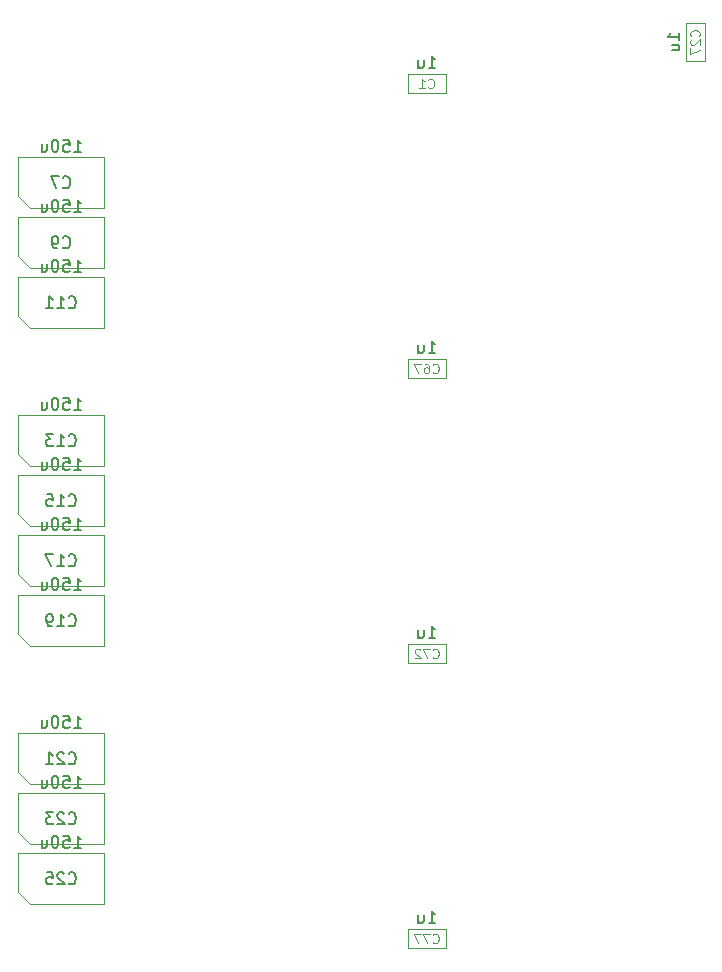
<source format=gbr>
G04 #@! TF.GenerationSoftware,KiCad,Pcbnew,7.0.1*
G04 #@! TF.CreationDate,2023-05-03T08:50:33+02:00*
G04 #@! TF.ProjectId,main,6d61696e-2e6b-4696-9361-645f70636258,rev?*
G04 #@! TF.SameCoordinates,Original*
G04 #@! TF.FileFunction,AssemblyDrawing,Bot*
%FSLAX46Y46*%
G04 Gerber Fmt 4.6, Leading zero omitted, Abs format (unit mm)*
G04 Created by KiCad (PCBNEW 7.0.1) date 2023-05-03 08:50:33*
%MOMM*%
%LPD*%
G01*
G04 APERTURE LIST*
%ADD10C,0.150000*%
%ADD11C,0.120000*%
%ADD12C,0.100000*%
G04 APERTURE END LIST*
D10*
X43979047Y-63063619D02*
X44550475Y-63063619D01*
X44264761Y-63063619D02*
X44264761Y-62063619D01*
X44264761Y-62063619D02*
X44359999Y-62206476D01*
X44359999Y-62206476D02*
X44455237Y-62301714D01*
X44455237Y-62301714D02*
X44550475Y-62349333D01*
X43074285Y-62063619D02*
X43550475Y-62063619D01*
X43550475Y-62063619D02*
X43598094Y-62539809D01*
X43598094Y-62539809D02*
X43550475Y-62492190D01*
X43550475Y-62492190D02*
X43455237Y-62444571D01*
X43455237Y-62444571D02*
X43217142Y-62444571D01*
X43217142Y-62444571D02*
X43121904Y-62492190D01*
X43121904Y-62492190D02*
X43074285Y-62539809D01*
X43074285Y-62539809D02*
X43026666Y-62635047D01*
X43026666Y-62635047D02*
X43026666Y-62873142D01*
X43026666Y-62873142D02*
X43074285Y-62968380D01*
X43074285Y-62968380D02*
X43121904Y-63016000D01*
X43121904Y-63016000D02*
X43217142Y-63063619D01*
X43217142Y-63063619D02*
X43455237Y-63063619D01*
X43455237Y-63063619D02*
X43550475Y-63016000D01*
X43550475Y-63016000D02*
X43598094Y-62968380D01*
X42407618Y-62063619D02*
X42312380Y-62063619D01*
X42312380Y-62063619D02*
X42217142Y-62111238D01*
X42217142Y-62111238D02*
X42169523Y-62158857D01*
X42169523Y-62158857D02*
X42121904Y-62254095D01*
X42121904Y-62254095D02*
X42074285Y-62444571D01*
X42074285Y-62444571D02*
X42074285Y-62682666D01*
X42074285Y-62682666D02*
X42121904Y-62873142D01*
X42121904Y-62873142D02*
X42169523Y-62968380D01*
X42169523Y-62968380D02*
X42217142Y-63016000D01*
X42217142Y-63016000D02*
X42312380Y-63063619D01*
X42312380Y-63063619D02*
X42407618Y-63063619D01*
X42407618Y-63063619D02*
X42502856Y-63016000D01*
X42502856Y-63016000D02*
X42550475Y-62968380D01*
X42550475Y-62968380D02*
X42598094Y-62873142D01*
X42598094Y-62873142D02*
X42645713Y-62682666D01*
X42645713Y-62682666D02*
X42645713Y-62444571D01*
X42645713Y-62444571D02*
X42598094Y-62254095D01*
X42598094Y-62254095D02*
X42550475Y-62158857D01*
X42550475Y-62158857D02*
X42502856Y-62111238D01*
X42502856Y-62111238D02*
X42407618Y-62063619D01*
X41217142Y-62396952D02*
X41217142Y-63063619D01*
X41645713Y-62396952D02*
X41645713Y-62920761D01*
X41645713Y-62920761D02*
X41598094Y-63016000D01*
X41598094Y-63016000D02*
X41502856Y-63063619D01*
X41502856Y-63063619D02*
X41359999Y-63063619D01*
X41359999Y-63063619D02*
X41264761Y-63016000D01*
X41264761Y-63016000D02*
X41217142Y-62968380D01*
X43026666Y-66068380D02*
X43074285Y-66116000D01*
X43074285Y-66116000D02*
X43217142Y-66163619D01*
X43217142Y-66163619D02*
X43312380Y-66163619D01*
X43312380Y-66163619D02*
X43455237Y-66116000D01*
X43455237Y-66116000D02*
X43550475Y-66020761D01*
X43550475Y-66020761D02*
X43598094Y-65925523D01*
X43598094Y-65925523D02*
X43645713Y-65735047D01*
X43645713Y-65735047D02*
X43645713Y-65592190D01*
X43645713Y-65592190D02*
X43598094Y-65401714D01*
X43598094Y-65401714D02*
X43550475Y-65306476D01*
X43550475Y-65306476D02*
X43455237Y-65211238D01*
X43455237Y-65211238D02*
X43312380Y-65163619D01*
X43312380Y-65163619D02*
X43217142Y-65163619D01*
X43217142Y-65163619D02*
X43074285Y-65211238D01*
X43074285Y-65211238D02*
X43026666Y-65258857D01*
X42693332Y-65163619D02*
X42026666Y-65163619D01*
X42026666Y-65163619D02*
X42455237Y-66163619D01*
X43979047Y-68143619D02*
X44550475Y-68143619D01*
X44264761Y-68143619D02*
X44264761Y-67143619D01*
X44264761Y-67143619D02*
X44359999Y-67286476D01*
X44359999Y-67286476D02*
X44455237Y-67381714D01*
X44455237Y-67381714D02*
X44550475Y-67429333D01*
X43074285Y-67143619D02*
X43550475Y-67143619D01*
X43550475Y-67143619D02*
X43598094Y-67619809D01*
X43598094Y-67619809D02*
X43550475Y-67572190D01*
X43550475Y-67572190D02*
X43455237Y-67524571D01*
X43455237Y-67524571D02*
X43217142Y-67524571D01*
X43217142Y-67524571D02*
X43121904Y-67572190D01*
X43121904Y-67572190D02*
X43074285Y-67619809D01*
X43074285Y-67619809D02*
X43026666Y-67715047D01*
X43026666Y-67715047D02*
X43026666Y-67953142D01*
X43026666Y-67953142D02*
X43074285Y-68048380D01*
X43074285Y-68048380D02*
X43121904Y-68096000D01*
X43121904Y-68096000D02*
X43217142Y-68143619D01*
X43217142Y-68143619D02*
X43455237Y-68143619D01*
X43455237Y-68143619D02*
X43550475Y-68096000D01*
X43550475Y-68096000D02*
X43598094Y-68048380D01*
X42407618Y-67143619D02*
X42312380Y-67143619D01*
X42312380Y-67143619D02*
X42217142Y-67191238D01*
X42217142Y-67191238D02*
X42169523Y-67238857D01*
X42169523Y-67238857D02*
X42121904Y-67334095D01*
X42121904Y-67334095D02*
X42074285Y-67524571D01*
X42074285Y-67524571D02*
X42074285Y-67762666D01*
X42074285Y-67762666D02*
X42121904Y-67953142D01*
X42121904Y-67953142D02*
X42169523Y-68048380D01*
X42169523Y-68048380D02*
X42217142Y-68096000D01*
X42217142Y-68096000D02*
X42312380Y-68143619D01*
X42312380Y-68143619D02*
X42407618Y-68143619D01*
X42407618Y-68143619D02*
X42502856Y-68096000D01*
X42502856Y-68096000D02*
X42550475Y-68048380D01*
X42550475Y-68048380D02*
X42598094Y-67953142D01*
X42598094Y-67953142D02*
X42645713Y-67762666D01*
X42645713Y-67762666D02*
X42645713Y-67524571D01*
X42645713Y-67524571D02*
X42598094Y-67334095D01*
X42598094Y-67334095D02*
X42550475Y-67238857D01*
X42550475Y-67238857D02*
X42502856Y-67191238D01*
X42502856Y-67191238D02*
X42407618Y-67143619D01*
X41217142Y-67476952D02*
X41217142Y-68143619D01*
X41645713Y-67476952D02*
X41645713Y-68000761D01*
X41645713Y-68000761D02*
X41598094Y-68096000D01*
X41598094Y-68096000D02*
X41502856Y-68143619D01*
X41502856Y-68143619D02*
X41359999Y-68143619D01*
X41359999Y-68143619D02*
X41264761Y-68096000D01*
X41264761Y-68096000D02*
X41217142Y-68048380D01*
X43026666Y-71148380D02*
X43074285Y-71196000D01*
X43074285Y-71196000D02*
X43217142Y-71243619D01*
X43217142Y-71243619D02*
X43312380Y-71243619D01*
X43312380Y-71243619D02*
X43455237Y-71196000D01*
X43455237Y-71196000D02*
X43550475Y-71100761D01*
X43550475Y-71100761D02*
X43598094Y-71005523D01*
X43598094Y-71005523D02*
X43645713Y-70815047D01*
X43645713Y-70815047D02*
X43645713Y-70672190D01*
X43645713Y-70672190D02*
X43598094Y-70481714D01*
X43598094Y-70481714D02*
X43550475Y-70386476D01*
X43550475Y-70386476D02*
X43455237Y-70291238D01*
X43455237Y-70291238D02*
X43312380Y-70243619D01*
X43312380Y-70243619D02*
X43217142Y-70243619D01*
X43217142Y-70243619D02*
X43074285Y-70291238D01*
X43074285Y-70291238D02*
X43026666Y-70338857D01*
X42550475Y-71243619D02*
X42359999Y-71243619D01*
X42359999Y-71243619D02*
X42264761Y-71196000D01*
X42264761Y-71196000D02*
X42217142Y-71148380D01*
X42217142Y-71148380D02*
X42121904Y-71005523D01*
X42121904Y-71005523D02*
X42074285Y-70815047D01*
X42074285Y-70815047D02*
X42074285Y-70434095D01*
X42074285Y-70434095D02*
X42121904Y-70338857D01*
X42121904Y-70338857D02*
X42169523Y-70291238D01*
X42169523Y-70291238D02*
X42264761Y-70243619D01*
X42264761Y-70243619D02*
X42455237Y-70243619D01*
X42455237Y-70243619D02*
X42550475Y-70291238D01*
X42550475Y-70291238D02*
X42598094Y-70338857D01*
X42598094Y-70338857D02*
X42645713Y-70434095D01*
X42645713Y-70434095D02*
X42645713Y-70672190D01*
X42645713Y-70672190D02*
X42598094Y-70767428D01*
X42598094Y-70767428D02*
X42550475Y-70815047D01*
X42550475Y-70815047D02*
X42455237Y-70862666D01*
X42455237Y-70862666D02*
X42264761Y-70862666D01*
X42264761Y-70862666D02*
X42169523Y-70815047D01*
X42169523Y-70815047D02*
X42121904Y-70767428D01*
X42121904Y-70767428D02*
X42074285Y-70672190D01*
X43979047Y-73223619D02*
X44550475Y-73223619D01*
X44264761Y-73223619D02*
X44264761Y-72223619D01*
X44264761Y-72223619D02*
X44359999Y-72366476D01*
X44359999Y-72366476D02*
X44455237Y-72461714D01*
X44455237Y-72461714D02*
X44550475Y-72509333D01*
X43074285Y-72223619D02*
X43550475Y-72223619D01*
X43550475Y-72223619D02*
X43598094Y-72699809D01*
X43598094Y-72699809D02*
X43550475Y-72652190D01*
X43550475Y-72652190D02*
X43455237Y-72604571D01*
X43455237Y-72604571D02*
X43217142Y-72604571D01*
X43217142Y-72604571D02*
X43121904Y-72652190D01*
X43121904Y-72652190D02*
X43074285Y-72699809D01*
X43074285Y-72699809D02*
X43026666Y-72795047D01*
X43026666Y-72795047D02*
X43026666Y-73033142D01*
X43026666Y-73033142D02*
X43074285Y-73128380D01*
X43074285Y-73128380D02*
X43121904Y-73176000D01*
X43121904Y-73176000D02*
X43217142Y-73223619D01*
X43217142Y-73223619D02*
X43455237Y-73223619D01*
X43455237Y-73223619D02*
X43550475Y-73176000D01*
X43550475Y-73176000D02*
X43598094Y-73128380D01*
X42407618Y-72223619D02*
X42312380Y-72223619D01*
X42312380Y-72223619D02*
X42217142Y-72271238D01*
X42217142Y-72271238D02*
X42169523Y-72318857D01*
X42169523Y-72318857D02*
X42121904Y-72414095D01*
X42121904Y-72414095D02*
X42074285Y-72604571D01*
X42074285Y-72604571D02*
X42074285Y-72842666D01*
X42074285Y-72842666D02*
X42121904Y-73033142D01*
X42121904Y-73033142D02*
X42169523Y-73128380D01*
X42169523Y-73128380D02*
X42217142Y-73176000D01*
X42217142Y-73176000D02*
X42312380Y-73223619D01*
X42312380Y-73223619D02*
X42407618Y-73223619D01*
X42407618Y-73223619D02*
X42502856Y-73176000D01*
X42502856Y-73176000D02*
X42550475Y-73128380D01*
X42550475Y-73128380D02*
X42598094Y-73033142D01*
X42598094Y-73033142D02*
X42645713Y-72842666D01*
X42645713Y-72842666D02*
X42645713Y-72604571D01*
X42645713Y-72604571D02*
X42598094Y-72414095D01*
X42598094Y-72414095D02*
X42550475Y-72318857D01*
X42550475Y-72318857D02*
X42502856Y-72271238D01*
X42502856Y-72271238D02*
X42407618Y-72223619D01*
X41217142Y-72556952D02*
X41217142Y-73223619D01*
X41645713Y-72556952D02*
X41645713Y-73080761D01*
X41645713Y-73080761D02*
X41598094Y-73176000D01*
X41598094Y-73176000D02*
X41502856Y-73223619D01*
X41502856Y-73223619D02*
X41359999Y-73223619D01*
X41359999Y-73223619D02*
X41264761Y-73176000D01*
X41264761Y-73176000D02*
X41217142Y-73128380D01*
X43502857Y-76228380D02*
X43550476Y-76276000D01*
X43550476Y-76276000D02*
X43693333Y-76323619D01*
X43693333Y-76323619D02*
X43788571Y-76323619D01*
X43788571Y-76323619D02*
X43931428Y-76276000D01*
X43931428Y-76276000D02*
X44026666Y-76180761D01*
X44026666Y-76180761D02*
X44074285Y-76085523D01*
X44074285Y-76085523D02*
X44121904Y-75895047D01*
X44121904Y-75895047D02*
X44121904Y-75752190D01*
X44121904Y-75752190D02*
X44074285Y-75561714D01*
X44074285Y-75561714D02*
X44026666Y-75466476D01*
X44026666Y-75466476D02*
X43931428Y-75371238D01*
X43931428Y-75371238D02*
X43788571Y-75323619D01*
X43788571Y-75323619D02*
X43693333Y-75323619D01*
X43693333Y-75323619D02*
X43550476Y-75371238D01*
X43550476Y-75371238D02*
X43502857Y-75418857D01*
X42550476Y-76323619D02*
X43121904Y-76323619D01*
X42836190Y-76323619D02*
X42836190Y-75323619D01*
X42836190Y-75323619D02*
X42931428Y-75466476D01*
X42931428Y-75466476D02*
X43026666Y-75561714D01*
X43026666Y-75561714D02*
X43121904Y-75609333D01*
X41598095Y-76323619D02*
X42169523Y-76323619D01*
X41883809Y-76323619D02*
X41883809Y-75323619D01*
X41883809Y-75323619D02*
X41979047Y-75466476D01*
X41979047Y-75466476D02*
X42074285Y-75561714D01*
X42074285Y-75561714D02*
X42169523Y-75609333D01*
X43979047Y-84907619D02*
X44550475Y-84907619D01*
X44264761Y-84907619D02*
X44264761Y-83907619D01*
X44264761Y-83907619D02*
X44359999Y-84050476D01*
X44359999Y-84050476D02*
X44455237Y-84145714D01*
X44455237Y-84145714D02*
X44550475Y-84193333D01*
X43074285Y-83907619D02*
X43550475Y-83907619D01*
X43550475Y-83907619D02*
X43598094Y-84383809D01*
X43598094Y-84383809D02*
X43550475Y-84336190D01*
X43550475Y-84336190D02*
X43455237Y-84288571D01*
X43455237Y-84288571D02*
X43217142Y-84288571D01*
X43217142Y-84288571D02*
X43121904Y-84336190D01*
X43121904Y-84336190D02*
X43074285Y-84383809D01*
X43074285Y-84383809D02*
X43026666Y-84479047D01*
X43026666Y-84479047D02*
X43026666Y-84717142D01*
X43026666Y-84717142D02*
X43074285Y-84812380D01*
X43074285Y-84812380D02*
X43121904Y-84860000D01*
X43121904Y-84860000D02*
X43217142Y-84907619D01*
X43217142Y-84907619D02*
X43455237Y-84907619D01*
X43455237Y-84907619D02*
X43550475Y-84860000D01*
X43550475Y-84860000D02*
X43598094Y-84812380D01*
X42407618Y-83907619D02*
X42312380Y-83907619D01*
X42312380Y-83907619D02*
X42217142Y-83955238D01*
X42217142Y-83955238D02*
X42169523Y-84002857D01*
X42169523Y-84002857D02*
X42121904Y-84098095D01*
X42121904Y-84098095D02*
X42074285Y-84288571D01*
X42074285Y-84288571D02*
X42074285Y-84526666D01*
X42074285Y-84526666D02*
X42121904Y-84717142D01*
X42121904Y-84717142D02*
X42169523Y-84812380D01*
X42169523Y-84812380D02*
X42217142Y-84860000D01*
X42217142Y-84860000D02*
X42312380Y-84907619D01*
X42312380Y-84907619D02*
X42407618Y-84907619D01*
X42407618Y-84907619D02*
X42502856Y-84860000D01*
X42502856Y-84860000D02*
X42550475Y-84812380D01*
X42550475Y-84812380D02*
X42598094Y-84717142D01*
X42598094Y-84717142D02*
X42645713Y-84526666D01*
X42645713Y-84526666D02*
X42645713Y-84288571D01*
X42645713Y-84288571D02*
X42598094Y-84098095D01*
X42598094Y-84098095D02*
X42550475Y-84002857D01*
X42550475Y-84002857D02*
X42502856Y-83955238D01*
X42502856Y-83955238D02*
X42407618Y-83907619D01*
X41217142Y-84240952D02*
X41217142Y-84907619D01*
X41645713Y-84240952D02*
X41645713Y-84764761D01*
X41645713Y-84764761D02*
X41598094Y-84860000D01*
X41598094Y-84860000D02*
X41502856Y-84907619D01*
X41502856Y-84907619D02*
X41359999Y-84907619D01*
X41359999Y-84907619D02*
X41264761Y-84860000D01*
X41264761Y-84860000D02*
X41217142Y-84812380D01*
X43502857Y-87912380D02*
X43550476Y-87960000D01*
X43550476Y-87960000D02*
X43693333Y-88007619D01*
X43693333Y-88007619D02*
X43788571Y-88007619D01*
X43788571Y-88007619D02*
X43931428Y-87960000D01*
X43931428Y-87960000D02*
X44026666Y-87864761D01*
X44026666Y-87864761D02*
X44074285Y-87769523D01*
X44074285Y-87769523D02*
X44121904Y-87579047D01*
X44121904Y-87579047D02*
X44121904Y-87436190D01*
X44121904Y-87436190D02*
X44074285Y-87245714D01*
X44074285Y-87245714D02*
X44026666Y-87150476D01*
X44026666Y-87150476D02*
X43931428Y-87055238D01*
X43931428Y-87055238D02*
X43788571Y-87007619D01*
X43788571Y-87007619D02*
X43693333Y-87007619D01*
X43693333Y-87007619D02*
X43550476Y-87055238D01*
X43550476Y-87055238D02*
X43502857Y-87102857D01*
X42550476Y-88007619D02*
X43121904Y-88007619D01*
X42836190Y-88007619D02*
X42836190Y-87007619D01*
X42836190Y-87007619D02*
X42931428Y-87150476D01*
X42931428Y-87150476D02*
X43026666Y-87245714D01*
X43026666Y-87245714D02*
X43121904Y-87293333D01*
X42217142Y-87007619D02*
X41598095Y-87007619D01*
X41598095Y-87007619D02*
X41931428Y-87388571D01*
X41931428Y-87388571D02*
X41788571Y-87388571D01*
X41788571Y-87388571D02*
X41693333Y-87436190D01*
X41693333Y-87436190D02*
X41645714Y-87483809D01*
X41645714Y-87483809D02*
X41598095Y-87579047D01*
X41598095Y-87579047D02*
X41598095Y-87817142D01*
X41598095Y-87817142D02*
X41645714Y-87912380D01*
X41645714Y-87912380D02*
X41693333Y-87960000D01*
X41693333Y-87960000D02*
X41788571Y-88007619D01*
X41788571Y-88007619D02*
X42074285Y-88007619D01*
X42074285Y-88007619D02*
X42169523Y-87960000D01*
X42169523Y-87960000D02*
X42217142Y-87912380D01*
X43979047Y-89987619D02*
X44550475Y-89987619D01*
X44264761Y-89987619D02*
X44264761Y-88987619D01*
X44264761Y-88987619D02*
X44359999Y-89130476D01*
X44359999Y-89130476D02*
X44455237Y-89225714D01*
X44455237Y-89225714D02*
X44550475Y-89273333D01*
X43074285Y-88987619D02*
X43550475Y-88987619D01*
X43550475Y-88987619D02*
X43598094Y-89463809D01*
X43598094Y-89463809D02*
X43550475Y-89416190D01*
X43550475Y-89416190D02*
X43455237Y-89368571D01*
X43455237Y-89368571D02*
X43217142Y-89368571D01*
X43217142Y-89368571D02*
X43121904Y-89416190D01*
X43121904Y-89416190D02*
X43074285Y-89463809D01*
X43074285Y-89463809D02*
X43026666Y-89559047D01*
X43026666Y-89559047D02*
X43026666Y-89797142D01*
X43026666Y-89797142D02*
X43074285Y-89892380D01*
X43074285Y-89892380D02*
X43121904Y-89940000D01*
X43121904Y-89940000D02*
X43217142Y-89987619D01*
X43217142Y-89987619D02*
X43455237Y-89987619D01*
X43455237Y-89987619D02*
X43550475Y-89940000D01*
X43550475Y-89940000D02*
X43598094Y-89892380D01*
X42407618Y-88987619D02*
X42312380Y-88987619D01*
X42312380Y-88987619D02*
X42217142Y-89035238D01*
X42217142Y-89035238D02*
X42169523Y-89082857D01*
X42169523Y-89082857D02*
X42121904Y-89178095D01*
X42121904Y-89178095D02*
X42074285Y-89368571D01*
X42074285Y-89368571D02*
X42074285Y-89606666D01*
X42074285Y-89606666D02*
X42121904Y-89797142D01*
X42121904Y-89797142D02*
X42169523Y-89892380D01*
X42169523Y-89892380D02*
X42217142Y-89940000D01*
X42217142Y-89940000D02*
X42312380Y-89987619D01*
X42312380Y-89987619D02*
X42407618Y-89987619D01*
X42407618Y-89987619D02*
X42502856Y-89940000D01*
X42502856Y-89940000D02*
X42550475Y-89892380D01*
X42550475Y-89892380D02*
X42598094Y-89797142D01*
X42598094Y-89797142D02*
X42645713Y-89606666D01*
X42645713Y-89606666D02*
X42645713Y-89368571D01*
X42645713Y-89368571D02*
X42598094Y-89178095D01*
X42598094Y-89178095D02*
X42550475Y-89082857D01*
X42550475Y-89082857D02*
X42502856Y-89035238D01*
X42502856Y-89035238D02*
X42407618Y-88987619D01*
X41217142Y-89320952D02*
X41217142Y-89987619D01*
X41645713Y-89320952D02*
X41645713Y-89844761D01*
X41645713Y-89844761D02*
X41598094Y-89940000D01*
X41598094Y-89940000D02*
X41502856Y-89987619D01*
X41502856Y-89987619D02*
X41359999Y-89987619D01*
X41359999Y-89987619D02*
X41264761Y-89940000D01*
X41264761Y-89940000D02*
X41217142Y-89892380D01*
X43502857Y-92992380D02*
X43550476Y-93040000D01*
X43550476Y-93040000D02*
X43693333Y-93087619D01*
X43693333Y-93087619D02*
X43788571Y-93087619D01*
X43788571Y-93087619D02*
X43931428Y-93040000D01*
X43931428Y-93040000D02*
X44026666Y-92944761D01*
X44026666Y-92944761D02*
X44074285Y-92849523D01*
X44074285Y-92849523D02*
X44121904Y-92659047D01*
X44121904Y-92659047D02*
X44121904Y-92516190D01*
X44121904Y-92516190D02*
X44074285Y-92325714D01*
X44074285Y-92325714D02*
X44026666Y-92230476D01*
X44026666Y-92230476D02*
X43931428Y-92135238D01*
X43931428Y-92135238D02*
X43788571Y-92087619D01*
X43788571Y-92087619D02*
X43693333Y-92087619D01*
X43693333Y-92087619D02*
X43550476Y-92135238D01*
X43550476Y-92135238D02*
X43502857Y-92182857D01*
X42550476Y-93087619D02*
X43121904Y-93087619D01*
X42836190Y-93087619D02*
X42836190Y-92087619D01*
X42836190Y-92087619D02*
X42931428Y-92230476D01*
X42931428Y-92230476D02*
X43026666Y-92325714D01*
X43026666Y-92325714D02*
X43121904Y-92373333D01*
X41645714Y-92087619D02*
X42121904Y-92087619D01*
X42121904Y-92087619D02*
X42169523Y-92563809D01*
X42169523Y-92563809D02*
X42121904Y-92516190D01*
X42121904Y-92516190D02*
X42026666Y-92468571D01*
X42026666Y-92468571D02*
X41788571Y-92468571D01*
X41788571Y-92468571D02*
X41693333Y-92516190D01*
X41693333Y-92516190D02*
X41645714Y-92563809D01*
X41645714Y-92563809D02*
X41598095Y-92659047D01*
X41598095Y-92659047D02*
X41598095Y-92897142D01*
X41598095Y-92897142D02*
X41645714Y-92992380D01*
X41645714Y-92992380D02*
X41693333Y-93040000D01*
X41693333Y-93040000D02*
X41788571Y-93087619D01*
X41788571Y-93087619D02*
X42026666Y-93087619D01*
X42026666Y-93087619D02*
X42121904Y-93040000D01*
X42121904Y-93040000D02*
X42169523Y-92992380D01*
X43979047Y-95067619D02*
X44550475Y-95067619D01*
X44264761Y-95067619D02*
X44264761Y-94067619D01*
X44264761Y-94067619D02*
X44359999Y-94210476D01*
X44359999Y-94210476D02*
X44455237Y-94305714D01*
X44455237Y-94305714D02*
X44550475Y-94353333D01*
X43074285Y-94067619D02*
X43550475Y-94067619D01*
X43550475Y-94067619D02*
X43598094Y-94543809D01*
X43598094Y-94543809D02*
X43550475Y-94496190D01*
X43550475Y-94496190D02*
X43455237Y-94448571D01*
X43455237Y-94448571D02*
X43217142Y-94448571D01*
X43217142Y-94448571D02*
X43121904Y-94496190D01*
X43121904Y-94496190D02*
X43074285Y-94543809D01*
X43074285Y-94543809D02*
X43026666Y-94639047D01*
X43026666Y-94639047D02*
X43026666Y-94877142D01*
X43026666Y-94877142D02*
X43074285Y-94972380D01*
X43074285Y-94972380D02*
X43121904Y-95020000D01*
X43121904Y-95020000D02*
X43217142Y-95067619D01*
X43217142Y-95067619D02*
X43455237Y-95067619D01*
X43455237Y-95067619D02*
X43550475Y-95020000D01*
X43550475Y-95020000D02*
X43598094Y-94972380D01*
X42407618Y-94067619D02*
X42312380Y-94067619D01*
X42312380Y-94067619D02*
X42217142Y-94115238D01*
X42217142Y-94115238D02*
X42169523Y-94162857D01*
X42169523Y-94162857D02*
X42121904Y-94258095D01*
X42121904Y-94258095D02*
X42074285Y-94448571D01*
X42074285Y-94448571D02*
X42074285Y-94686666D01*
X42074285Y-94686666D02*
X42121904Y-94877142D01*
X42121904Y-94877142D02*
X42169523Y-94972380D01*
X42169523Y-94972380D02*
X42217142Y-95020000D01*
X42217142Y-95020000D02*
X42312380Y-95067619D01*
X42312380Y-95067619D02*
X42407618Y-95067619D01*
X42407618Y-95067619D02*
X42502856Y-95020000D01*
X42502856Y-95020000D02*
X42550475Y-94972380D01*
X42550475Y-94972380D02*
X42598094Y-94877142D01*
X42598094Y-94877142D02*
X42645713Y-94686666D01*
X42645713Y-94686666D02*
X42645713Y-94448571D01*
X42645713Y-94448571D02*
X42598094Y-94258095D01*
X42598094Y-94258095D02*
X42550475Y-94162857D01*
X42550475Y-94162857D02*
X42502856Y-94115238D01*
X42502856Y-94115238D02*
X42407618Y-94067619D01*
X41217142Y-94400952D02*
X41217142Y-95067619D01*
X41645713Y-94400952D02*
X41645713Y-94924761D01*
X41645713Y-94924761D02*
X41598094Y-95020000D01*
X41598094Y-95020000D02*
X41502856Y-95067619D01*
X41502856Y-95067619D02*
X41359999Y-95067619D01*
X41359999Y-95067619D02*
X41264761Y-95020000D01*
X41264761Y-95020000D02*
X41217142Y-94972380D01*
X43502857Y-98072380D02*
X43550476Y-98120000D01*
X43550476Y-98120000D02*
X43693333Y-98167619D01*
X43693333Y-98167619D02*
X43788571Y-98167619D01*
X43788571Y-98167619D02*
X43931428Y-98120000D01*
X43931428Y-98120000D02*
X44026666Y-98024761D01*
X44026666Y-98024761D02*
X44074285Y-97929523D01*
X44074285Y-97929523D02*
X44121904Y-97739047D01*
X44121904Y-97739047D02*
X44121904Y-97596190D01*
X44121904Y-97596190D02*
X44074285Y-97405714D01*
X44074285Y-97405714D02*
X44026666Y-97310476D01*
X44026666Y-97310476D02*
X43931428Y-97215238D01*
X43931428Y-97215238D02*
X43788571Y-97167619D01*
X43788571Y-97167619D02*
X43693333Y-97167619D01*
X43693333Y-97167619D02*
X43550476Y-97215238D01*
X43550476Y-97215238D02*
X43502857Y-97262857D01*
X42550476Y-98167619D02*
X43121904Y-98167619D01*
X42836190Y-98167619D02*
X42836190Y-97167619D01*
X42836190Y-97167619D02*
X42931428Y-97310476D01*
X42931428Y-97310476D02*
X43026666Y-97405714D01*
X43026666Y-97405714D02*
X43121904Y-97453333D01*
X42217142Y-97167619D02*
X41550476Y-97167619D01*
X41550476Y-97167619D02*
X41979047Y-98167619D01*
X43979047Y-100147619D02*
X44550475Y-100147619D01*
X44264761Y-100147619D02*
X44264761Y-99147619D01*
X44264761Y-99147619D02*
X44359999Y-99290476D01*
X44359999Y-99290476D02*
X44455237Y-99385714D01*
X44455237Y-99385714D02*
X44550475Y-99433333D01*
X43074285Y-99147619D02*
X43550475Y-99147619D01*
X43550475Y-99147619D02*
X43598094Y-99623809D01*
X43598094Y-99623809D02*
X43550475Y-99576190D01*
X43550475Y-99576190D02*
X43455237Y-99528571D01*
X43455237Y-99528571D02*
X43217142Y-99528571D01*
X43217142Y-99528571D02*
X43121904Y-99576190D01*
X43121904Y-99576190D02*
X43074285Y-99623809D01*
X43074285Y-99623809D02*
X43026666Y-99719047D01*
X43026666Y-99719047D02*
X43026666Y-99957142D01*
X43026666Y-99957142D02*
X43074285Y-100052380D01*
X43074285Y-100052380D02*
X43121904Y-100100000D01*
X43121904Y-100100000D02*
X43217142Y-100147619D01*
X43217142Y-100147619D02*
X43455237Y-100147619D01*
X43455237Y-100147619D02*
X43550475Y-100100000D01*
X43550475Y-100100000D02*
X43598094Y-100052380D01*
X42407618Y-99147619D02*
X42312380Y-99147619D01*
X42312380Y-99147619D02*
X42217142Y-99195238D01*
X42217142Y-99195238D02*
X42169523Y-99242857D01*
X42169523Y-99242857D02*
X42121904Y-99338095D01*
X42121904Y-99338095D02*
X42074285Y-99528571D01*
X42074285Y-99528571D02*
X42074285Y-99766666D01*
X42074285Y-99766666D02*
X42121904Y-99957142D01*
X42121904Y-99957142D02*
X42169523Y-100052380D01*
X42169523Y-100052380D02*
X42217142Y-100100000D01*
X42217142Y-100100000D02*
X42312380Y-100147619D01*
X42312380Y-100147619D02*
X42407618Y-100147619D01*
X42407618Y-100147619D02*
X42502856Y-100100000D01*
X42502856Y-100100000D02*
X42550475Y-100052380D01*
X42550475Y-100052380D02*
X42598094Y-99957142D01*
X42598094Y-99957142D02*
X42645713Y-99766666D01*
X42645713Y-99766666D02*
X42645713Y-99528571D01*
X42645713Y-99528571D02*
X42598094Y-99338095D01*
X42598094Y-99338095D02*
X42550475Y-99242857D01*
X42550475Y-99242857D02*
X42502856Y-99195238D01*
X42502856Y-99195238D02*
X42407618Y-99147619D01*
X41217142Y-99480952D02*
X41217142Y-100147619D01*
X41645713Y-99480952D02*
X41645713Y-100004761D01*
X41645713Y-100004761D02*
X41598094Y-100100000D01*
X41598094Y-100100000D02*
X41502856Y-100147619D01*
X41502856Y-100147619D02*
X41359999Y-100147619D01*
X41359999Y-100147619D02*
X41264761Y-100100000D01*
X41264761Y-100100000D02*
X41217142Y-100052380D01*
X43502857Y-103152380D02*
X43550476Y-103200000D01*
X43550476Y-103200000D02*
X43693333Y-103247619D01*
X43693333Y-103247619D02*
X43788571Y-103247619D01*
X43788571Y-103247619D02*
X43931428Y-103200000D01*
X43931428Y-103200000D02*
X44026666Y-103104761D01*
X44026666Y-103104761D02*
X44074285Y-103009523D01*
X44074285Y-103009523D02*
X44121904Y-102819047D01*
X44121904Y-102819047D02*
X44121904Y-102676190D01*
X44121904Y-102676190D02*
X44074285Y-102485714D01*
X44074285Y-102485714D02*
X44026666Y-102390476D01*
X44026666Y-102390476D02*
X43931428Y-102295238D01*
X43931428Y-102295238D02*
X43788571Y-102247619D01*
X43788571Y-102247619D02*
X43693333Y-102247619D01*
X43693333Y-102247619D02*
X43550476Y-102295238D01*
X43550476Y-102295238D02*
X43502857Y-102342857D01*
X42550476Y-103247619D02*
X43121904Y-103247619D01*
X42836190Y-103247619D02*
X42836190Y-102247619D01*
X42836190Y-102247619D02*
X42931428Y-102390476D01*
X42931428Y-102390476D02*
X43026666Y-102485714D01*
X43026666Y-102485714D02*
X43121904Y-102533333D01*
X42074285Y-103247619D02*
X41883809Y-103247619D01*
X41883809Y-103247619D02*
X41788571Y-103200000D01*
X41788571Y-103200000D02*
X41740952Y-103152380D01*
X41740952Y-103152380D02*
X41645714Y-103009523D01*
X41645714Y-103009523D02*
X41598095Y-102819047D01*
X41598095Y-102819047D02*
X41598095Y-102438095D01*
X41598095Y-102438095D02*
X41645714Y-102342857D01*
X41645714Y-102342857D02*
X41693333Y-102295238D01*
X41693333Y-102295238D02*
X41788571Y-102247619D01*
X41788571Y-102247619D02*
X41979047Y-102247619D01*
X41979047Y-102247619D02*
X42074285Y-102295238D01*
X42074285Y-102295238D02*
X42121904Y-102342857D01*
X42121904Y-102342857D02*
X42169523Y-102438095D01*
X42169523Y-102438095D02*
X42169523Y-102676190D01*
X42169523Y-102676190D02*
X42121904Y-102771428D01*
X42121904Y-102771428D02*
X42074285Y-102819047D01*
X42074285Y-102819047D02*
X41979047Y-102866666D01*
X41979047Y-102866666D02*
X41788571Y-102866666D01*
X41788571Y-102866666D02*
X41693333Y-102819047D01*
X41693333Y-102819047D02*
X41645714Y-102771428D01*
X41645714Y-102771428D02*
X41598095Y-102676190D01*
X43979047Y-111831619D02*
X44550475Y-111831619D01*
X44264761Y-111831619D02*
X44264761Y-110831619D01*
X44264761Y-110831619D02*
X44359999Y-110974476D01*
X44359999Y-110974476D02*
X44455237Y-111069714D01*
X44455237Y-111069714D02*
X44550475Y-111117333D01*
X43074285Y-110831619D02*
X43550475Y-110831619D01*
X43550475Y-110831619D02*
X43598094Y-111307809D01*
X43598094Y-111307809D02*
X43550475Y-111260190D01*
X43550475Y-111260190D02*
X43455237Y-111212571D01*
X43455237Y-111212571D02*
X43217142Y-111212571D01*
X43217142Y-111212571D02*
X43121904Y-111260190D01*
X43121904Y-111260190D02*
X43074285Y-111307809D01*
X43074285Y-111307809D02*
X43026666Y-111403047D01*
X43026666Y-111403047D02*
X43026666Y-111641142D01*
X43026666Y-111641142D02*
X43074285Y-111736380D01*
X43074285Y-111736380D02*
X43121904Y-111784000D01*
X43121904Y-111784000D02*
X43217142Y-111831619D01*
X43217142Y-111831619D02*
X43455237Y-111831619D01*
X43455237Y-111831619D02*
X43550475Y-111784000D01*
X43550475Y-111784000D02*
X43598094Y-111736380D01*
X42407618Y-110831619D02*
X42312380Y-110831619D01*
X42312380Y-110831619D02*
X42217142Y-110879238D01*
X42217142Y-110879238D02*
X42169523Y-110926857D01*
X42169523Y-110926857D02*
X42121904Y-111022095D01*
X42121904Y-111022095D02*
X42074285Y-111212571D01*
X42074285Y-111212571D02*
X42074285Y-111450666D01*
X42074285Y-111450666D02*
X42121904Y-111641142D01*
X42121904Y-111641142D02*
X42169523Y-111736380D01*
X42169523Y-111736380D02*
X42217142Y-111784000D01*
X42217142Y-111784000D02*
X42312380Y-111831619D01*
X42312380Y-111831619D02*
X42407618Y-111831619D01*
X42407618Y-111831619D02*
X42502856Y-111784000D01*
X42502856Y-111784000D02*
X42550475Y-111736380D01*
X42550475Y-111736380D02*
X42598094Y-111641142D01*
X42598094Y-111641142D02*
X42645713Y-111450666D01*
X42645713Y-111450666D02*
X42645713Y-111212571D01*
X42645713Y-111212571D02*
X42598094Y-111022095D01*
X42598094Y-111022095D02*
X42550475Y-110926857D01*
X42550475Y-110926857D02*
X42502856Y-110879238D01*
X42502856Y-110879238D02*
X42407618Y-110831619D01*
X41217142Y-111164952D02*
X41217142Y-111831619D01*
X41645713Y-111164952D02*
X41645713Y-111688761D01*
X41645713Y-111688761D02*
X41598094Y-111784000D01*
X41598094Y-111784000D02*
X41502856Y-111831619D01*
X41502856Y-111831619D02*
X41359999Y-111831619D01*
X41359999Y-111831619D02*
X41264761Y-111784000D01*
X41264761Y-111784000D02*
X41217142Y-111736380D01*
X43502857Y-114836380D02*
X43550476Y-114884000D01*
X43550476Y-114884000D02*
X43693333Y-114931619D01*
X43693333Y-114931619D02*
X43788571Y-114931619D01*
X43788571Y-114931619D02*
X43931428Y-114884000D01*
X43931428Y-114884000D02*
X44026666Y-114788761D01*
X44026666Y-114788761D02*
X44074285Y-114693523D01*
X44074285Y-114693523D02*
X44121904Y-114503047D01*
X44121904Y-114503047D02*
X44121904Y-114360190D01*
X44121904Y-114360190D02*
X44074285Y-114169714D01*
X44074285Y-114169714D02*
X44026666Y-114074476D01*
X44026666Y-114074476D02*
X43931428Y-113979238D01*
X43931428Y-113979238D02*
X43788571Y-113931619D01*
X43788571Y-113931619D02*
X43693333Y-113931619D01*
X43693333Y-113931619D02*
X43550476Y-113979238D01*
X43550476Y-113979238D02*
X43502857Y-114026857D01*
X43121904Y-114026857D02*
X43074285Y-113979238D01*
X43074285Y-113979238D02*
X42979047Y-113931619D01*
X42979047Y-113931619D02*
X42740952Y-113931619D01*
X42740952Y-113931619D02*
X42645714Y-113979238D01*
X42645714Y-113979238D02*
X42598095Y-114026857D01*
X42598095Y-114026857D02*
X42550476Y-114122095D01*
X42550476Y-114122095D02*
X42550476Y-114217333D01*
X42550476Y-114217333D02*
X42598095Y-114360190D01*
X42598095Y-114360190D02*
X43169523Y-114931619D01*
X43169523Y-114931619D02*
X42550476Y-114931619D01*
X41598095Y-114931619D02*
X42169523Y-114931619D01*
X41883809Y-114931619D02*
X41883809Y-113931619D01*
X41883809Y-113931619D02*
X41979047Y-114074476D01*
X41979047Y-114074476D02*
X42074285Y-114169714D01*
X42074285Y-114169714D02*
X42169523Y-114217333D01*
X43979047Y-116911619D02*
X44550475Y-116911619D01*
X44264761Y-116911619D02*
X44264761Y-115911619D01*
X44264761Y-115911619D02*
X44359999Y-116054476D01*
X44359999Y-116054476D02*
X44455237Y-116149714D01*
X44455237Y-116149714D02*
X44550475Y-116197333D01*
X43074285Y-115911619D02*
X43550475Y-115911619D01*
X43550475Y-115911619D02*
X43598094Y-116387809D01*
X43598094Y-116387809D02*
X43550475Y-116340190D01*
X43550475Y-116340190D02*
X43455237Y-116292571D01*
X43455237Y-116292571D02*
X43217142Y-116292571D01*
X43217142Y-116292571D02*
X43121904Y-116340190D01*
X43121904Y-116340190D02*
X43074285Y-116387809D01*
X43074285Y-116387809D02*
X43026666Y-116483047D01*
X43026666Y-116483047D02*
X43026666Y-116721142D01*
X43026666Y-116721142D02*
X43074285Y-116816380D01*
X43074285Y-116816380D02*
X43121904Y-116864000D01*
X43121904Y-116864000D02*
X43217142Y-116911619D01*
X43217142Y-116911619D02*
X43455237Y-116911619D01*
X43455237Y-116911619D02*
X43550475Y-116864000D01*
X43550475Y-116864000D02*
X43598094Y-116816380D01*
X42407618Y-115911619D02*
X42312380Y-115911619D01*
X42312380Y-115911619D02*
X42217142Y-115959238D01*
X42217142Y-115959238D02*
X42169523Y-116006857D01*
X42169523Y-116006857D02*
X42121904Y-116102095D01*
X42121904Y-116102095D02*
X42074285Y-116292571D01*
X42074285Y-116292571D02*
X42074285Y-116530666D01*
X42074285Y-116530666D02*
X42121904Y-116721142D01*
X42121904Y-116721142D02*
X42169523Y-116816380D01*
X42169523Y-116816380D02*
X42217142Y-116864000D01*
X42217142Y-116864000D02*
X42312380Y-116911619D01*
X42312380Y-116911619D02*
X42407618Y-116911619D01*
X42407618Y-116911619D02*
X42502856Y-116864000D01*
X42502856Y-116864000D02*
X42550475Y-116816380D01*
X42550475Y-116816380D02*
X42598094Y-116721142D01*
X42598094Y-116721142D02*
X42645713Y-116530666D01*
X42645713Y-116530666D02*
X42645713Y-116292571D01*
X42645713Y-116292571D02*
X42598094Y-116102095D01*
X42598094Y-116102095D02*
X42550475Y-116006857D01*
X42550475Y-116006857D02*
X42502856Y-115959238D01*
X42502856Y-115959238D02*
X42407618Y-115911619D01*
X41217142Y-116244952D02*
X41217142Y-116911619D01*
X41645713Y-116244952D02*
X41645713Y-116768761D01*
X41645713Y-116768761D02*
X41598094Y-116864000D01*
X41598094Y-116864000D02*
X41502856Y-116911619D01*
X41502856Y-116911619D02*
X41359999Y-116911619D01*
X41359999Y-116911619D02*
X41264761Y-116864000D01*
X41264761Y-116864000D02*
X41217142Y-116816380D01*
X43502857Y-119916380D02*
X43550476Y-119964000D01*
X43550476Y-119964000D02*
X43693333Y-120011619D01*
X43693333Y-120011619D02*
X43788571Y-120011619D01*
X43788571Y-120011619D02*
X43931428Y-119964000D01*
X43931428Y-119964000D02*
X44026666Y-119868761D01*
X44026666Y-119868761D02*
X44074285Y-119773523D01*
X44074285Y-119773523D02*
X44121904Y-119583047D01*
X44121904Y-119583047D02*
X44121904Y-119440190D01*
X44121904Y-119440190D02*
X44074285Y-119249714D01*
X44074285Y-119249714D02*
X44026666Y-119154476D01*
X44026666Y-119154476D02*
X43931428Y-119059238D01*
X43931428Y-119059238D02*
X43788571Y-119011619D01*
X43788571Y-119011619D02*
X43693333Y-119011619D01*
X43693333Y-119011619D02*
X43550476Y-119059238D01*
X43550476Y-119059238D02*
X43502857Y-119106857D01*
X43121904Y-119106857D02*
X43074285Y-119059238D01*
X43074285Y-119059238D02*
X42979047Y-119011619D01*
X42979047Y-119011619D02*
X42740952Y-119011619D01*
X42740952Y-119011619D02*
X42645714Y-119059238D01*
X42645714Y-119059238D02*
X42598095Y-119106857D01*
X42598095Y-119106857D02*
X42550476Y-119202095D01*
X42550476Y-119202095D02*
X42550476Y-119297333D01*
X42550476Y-119297333D02*
X42598095Y-119440190D01*
X42598095Y-119440190D02*
X43169523Y-120011619D01*
X43169523Y-120011619D02*
X42550476Y-120011619D01*
X42217142Y-119011619D02*
X41598095Y-119011619D01*
X41598095Y-119011619D02*
X41931428Y-119392571D01*
X41931428Y-119392571D02*
X41788571Y-119392571D01*
X41788571Y-119392571D02*
X41693333Y-119440190D01*
X41693333Y-119440190D02*
X41645714Y-119487809D01*
X41645714Y-119487809D02*
X41598095Y-119583047D01*
X41598095Y-119583047D02*
X41598095Y-119821142D01*
X41598095Y-119821142D02*
X41645714Y-119916380D01*
X41645714Y-119916380D02*
X41693333Y-119964000D01*
X41693333Y-119964000D02*
X41788571Y-120011619D01*
X41788571Y-120011619D02*
X42074285Y-120011619D01*
X42074285Y-120011619D02*
X42169523Y-119964000D01*
X42169523Y-119964000D02*
X42217142Y-119916380D01*
X43979047Y-121991619D02*
X44550475Y-121991619D01*
X44264761Y-121991619D02*
X44264761Y-120991619D01*
X44264761Y-120991619D02*
X44359999Y-121134476D01*
X44359999Y-121134476D02*
X44455237Y-121229714D01*
X44455237Y-121229714D02*
X44550475Y-121277333D01*
X43074285Y-120991619D02*
X43550475Y-120991619D01*
X43550475Y-120991619D02*
X43598094Y-121467809D01*
X43598094Y-121467809D02*
X43550475Y-121420190D01*
X43550475Y-121420190D02*
X43455237Y-121372571D01*
X43455237Y-121372571D02*
X43217142Y-121372571D01*
X43217142Y-121372571D02*
X43121904Y-121420190D01*
X43121904Y-121420190D02*
X43074285Y-121467809D01*
X43074285Y-121467809D02*
X43026666Y-121563047D01*
X43026666Y-121563047D02*
X43026666Y-121801142D01*
X43026666Y-121801142D02*
X43074285Y-121896380D01*
X43074285Y-121896380D02*
X43121904Y-121944000D01*
X43121904Y-121944000D02*
X43217142Y-121991619D01*
X43217142Y-121991619D02*
X43455237Y-121991619D01*
X43455237Y-121991619D02*
X43550475Y-121944000D01*
X43550475Y-121944000D02*
X43598094Y-121896380D01*
X42407618Y-120991619D02*
X42312380Y-120991619D01*
X42312380Y-120991619D02*
X42217142Y-121039238D01*
X42217142Y-121039238D02*
X42169523Y-121086857D01*
X42169523Y-121086857D02*
X42121904Y-121182095D01*
X42121904Y-121182095D02*
X42074285Y-121372571D01*
X42074285Y-121372571D02*
X42074285Y-121610666D01*
X42074285Y-121610666D02*
X42121904Y-121801142D01*
X42121904Y-121801142D02*
X42169523Y-121896380D01*
X42169523Y-121896380D02*
X42217142Y-121944000D01*
X42217142Y-121944000D02*
X42312380Y-121991619D01*
X42312380Y-121991619D02*
X42407618Y-121991619D01*
X42407618Y-121991619D02*
X42502856Y-121944000D01*
X42502856Y-121944000D02*
X42550475Y-121896380D01*
X42550475Y-121896380D02*
X42598094Y-121801142D01*
X42598094Y-121801142D02*
X42645713Y-121610666D01*
X42645713Y-121610666D02*
X42645713Y-121372571D01*
X42645713Y-121372571D02*
X42598094Y-121182095D01*
X42598094Y-121182095D02*
X42550475Y-121086857D01*
X42550475Y-121086857D02*
X42502856Y-121039238D01*
X42502856Y-121039238D02*
X42407618Y-120991619D01*
X41217142Y-121324952D02*
X41217142Y-121991619D01*
X41645713Y-121324952D02*
X41645713Y-121848761D01*
X41645713Y-121848761D02*
X41598094Y-121944000D01*
X41598094Y-121944000D02*
X41502856Y-121991619D01*
X41502856Y-121991619D02*
X41359999Y-121991619D01*
X41359999Y-121991619D02*
X41264761Y-121944000D01*
X41264761Y-121944000D02*
X41217142Y-121896380D01*
X43502857Y-124996380D02*
X43550476Y-125044000D01*
X43550476Y-125044000D02*
X43693333Y-125091619D01*
X43693333Y-125091619D02*
X43788571Y-125091619D01*
X43788571Y-125091619D02*
X43931428Y-125044000D01*
X43931428Y-125044000D02*
X44026666Y-124948761D01*
X44026666Y-124948761D02*
X44074285Y-124853523D01*
X44074285Y-124853523D02*
X44121904Y-124663047D01*
X44121904Y-124663047D02*
X44121904Y-124520190D01*
X44121904Y-124520190D02*
X44074285Y-124329714D01*
X44074285Y-124329714D02*
X44026666Y-124234476D01*
X44026666Y-124234476D02*
X43931428Y-124139238D01*
X43931428Y-124139238D02*
X43788571Y-124091619D01*
X43788571Y-124091619D02*
X43693333Y-124091619D01*
X43693333Y-124091619D02*
X43550476Y-124139238D01*
X43550476Y-124139238D02*
X43502857Y-124186857D01*
X43121904Y-124186857D02*
X43074285Y-124139238D01*
X43074285Y-124139238D02*
X42979047Y-124091619D01*
X42979047Y-124091619D02*
X42740952Y-124091619D01*
X42740952Y-124091619D02*
X42645714Y-124139238D01*
X42645714Y-124139238D02*
X42598095Y-124186857D01*
X42598095Y-124186857D02*
X42550476Y-124282095D01*
X42550476Y-124282095D02*
X42550476Y-124377333D01*
X42550476Y-124377333D02*
X42598095Y-124520190D01*
X42598095Y-124520190D02*
X43169523Y-125091619D01*
X43169523Y-125091619D02*
X42550476Y-125091619D01*
X41645714Y-124091619D02*
X42121904Y-124091619D01*
X42121904Y-124091619D02*
X42169523Y-124567809D01*
X42169523Y-124567809D02*
X42121904Y-124520190D01*
X42121904Y-124520190D02*
X42026666Y-124472571D01*
X42026666Y-124472571D02*
X41788571Y-124472571D01*
X41788571Y-124472571D02*
X41693333Y-124520190D01*
X41693333Y-124520190D02*
X41645714Y-124567809D01*
X41645714Y-124567809D02*
X41598095Y-124663047D01*
X41598095Y-124663047D02*
X41598095Y-124901142D01*
X41598095Y-124901142D02*
X41645714Y-124996380D01*
X41645714Y-124996380D02*
X41693333Y-125044000D01*
X41693333Y-125044000D02*
X41788571Y-125091619D01*
X41788571Y-125091619D02*
X42026666Y-125091619D01*
X42026666Y-125091619D02*
X42121904Y-125044000D01*
X42121904Y-125044000D02*
X42169523Y-124996380D01*
X73990666Y-55961619D02*
X74562094Y-55961619D01*
X74276380Y-55961619D02*
X74276380Y-54961619D01*
X74276380Y-54961619D02*
X74371618Y-55104476D01*
X74371618Y-55104476D02*
X74466856Y-55199714D01*
X74466856Y-55199714D02*
X74562094Y-55247333D01*
X73133523Y-55294952D02*
X73133523Y-55961619D01*
X73562094Y-55294952D02*
X73562094Y-55818761D01*
X73562094Y-55818761D02*
X73514475Y-55914000D01*
X73514475Y-55914000D02*
X73419237Y-55961619D01*
X73419237Y-55961619D02*
X73276380Y-55961619D01*
X73276380Y-55961619D02*
X73181142Y-55914000D01*
X73181142Y-55914000D02*
X73133523Y-55866380D01*
D11*
X73957332Y-57612904D02*
X73995428Y-57651000D01*
X73995428Y-57651000D02*
X74109713Y-57689095D01*
X74109713Y-57689095D02*
X74185904Y-57689095D01*
X74185904Y-57689095D02*
X74300190Y-57651000D01*
X74300190Y-57651000D02*
X74376380Y-57574809D01*
X74376380Y-57574809D02*
X74414475Y-57498619D01*
X74414475Y-57498619D02*
X74452571Y-57346238D01*
X74452571Y-57346238D02*
X74452571Y-57231952D01*
X74452571Y-57231952D02*
X74414475Y-57079571D01*
X74414475Y-57079571D02*
X74376380Y-57003380D01*
X74376380Y-57003380D02*
X74300190Y-56927190D01*
X74300190Y-56927190D02*
X74185904Y-56889095D01*
X74185904Y-56889095D02*
X74109713Y-56889095D01*
X74109713Y-56889095D02*
X73995428Y-56927190D01*
X73995428Y-56927190D02*
X73957332Y-56965285D01*
X73195428Y-57689095D02*
X73652571Y-57689095D01*
X73423999Y-57689095D02*
X73423999Y-56889095D01*
X73423999Y-56889095D02*
X73500190Y-57003380D01*
X73500190Y-57003380D02*
X73576380Y-57079571D01*
X73576380Y-57079571D02*
X73652571Y-57117666D01*
D10*
X95223619Y-53620333D02*
X95223619Y-53048905D01*
X95223619Y-53334619D02*
X94223619Y-53334619D01*
X94223619Y-53334619D02*
X94366476Y-53239381D01*
X94366476Y-53239381D02*
X94461714Y-53144143D01*
X94461714Y-53144143D02*
X94509333Y-53048905D01*
X94556952Y-54477476D02*
X95223619Y-54477476D01*
X94556952Y-54048905D02*
X95080761Y-54048905D01*
X95080761Y-54048905D02*
X95176000Y-54096524D01*
X95176000Y-54096524D02*
X95223619Y-54191762D01*
X95223619Y-54191762D02*
X95223619Y-54334619D01*
X95223619Y-54334619D02*
X95176000Y-54429857D01*
X95176000Y-54429857D02*
X95128380Y-54477476D01*
D11*
X96874904Y-53272714D02*
X96913000Y-53234618D01*
X96913000Y-53234618D02*
X96951095Y-53120333D01*
X96951095Y-53120333D02*
X96951095Y-53044142D01*
X96951095Y-53044142D02*
X96913000Y-52929856D01*
X96913000Y-52929856D02*
X96836809Y-52853666D01*
X96836809Y-52853666D02*
X96760619Y-52815571D01*
X96760619Y-52815571D02*
X96608238Y-52777475D01*
X96608238Y-52777475D02*
X96493952Y-52777475D01*
X96493952Y-52777475D02*
X96341571Y-52815571D01*
X96341571Y-52815571D02*
X96265380Y-52853666D01*
X96265380Y-52853666D02*
X96189190Y-52929856D01*
X96189190Y-52929856D02*
X96151095Y-53044142D01*
X96151095Y-53044142D02*
X96151095Y-53120333D01*
X96151095Y-53120333D02*
X96189190Y-53234618D01*
X96189190Y-53234618D02*
X96227285Y-53272714D01*
X96227285Y-53577475D02*
X96189190Y-53615571D01*
X96189190Y-53615571D02*
X96151095Y-53691761D01*
X96151095Y-53691761D02*
X96151095Y-53882237D01*
X96151095Y-53882237D02*
X96189190Y-53958428D01*
X96189190Y-53958428D02*
X96227285Y-53996523D01*
X96227285Y-53996523D02*
X96303476Y-54034618D01*
X96303476Y-54034618D02*
X96379666Y-54034618D01*
X96379666Y-54034618D02*
X96493952Y-53996523D01*
X96493952Y-53996523D02*
X96951095Y-53539380D01*
X96951095Y-53539380D02*
X96951095Y-54034618D01*
X96151095Y-54301285D02*
X96151095Y-54834619D01*
X96151095Y-54834619D02*
X96951095Y-54491761D01*
D10*
X73990666Y-80091619D02*
X74562094Y-80091619D01*
X74276380Y-80091619D02*
X74276380Y-79091619D01*
X74276380Y-79091619D02*
X74371618Y-79234476D01*
X74371618Y-79234476D02*
X74466856Y-79329714D01*
X74466856Y-79329714D02*
X74562094Y-79377333D01*
X73133523Y-79424952D02*
X73133523Y-80091619D01*
X73562094Y-79424952D02*
X73562094Y-79948761D01*
X73562094Y-79948761D02*
X73514475Y-80044000D01*
X73514475Y-80044000D02*
X73419237Y-80091619D01*
X73419237Y-80091619D02*
X73276380Y-80091619D01*
X73276380Y-80091619D02*
X73181142Y-80044000D01*
X73181142Y-80044000D02*
X73133523Y-79996380D01*
D11*
X74338285Y-81742904D02*
X74376381Y-81781000D01*
X74376381Y-81781000D02*
X74490666Y-81819095D01*
X74490666Y-81819095D02*
X74566857Y-81819095D01*
X74566857Y-81819095D02*
X74681143Y-81781000D01*
X74681143Y-81781000D02*
X74757333Y-81704809D01*
X74757333Y-81704809D02*
X74795428Y-81628619D01*
X74795428Y-81628619D02*
X74833524Y-81476238D01*
X74833524Y-81476238D02*
X74833524Y-81361952D01*
X74833524Y-81361952D02*
X74795428Y-81209571D01*
X74795428Y-81209571D02*
X74757333Y-81133380D01*
X74757333Y-81133380D02*
X74681143Y-81057190D01*
X74681143Y-81057190D02*
X74566857Y-81019095D01*
X74566857Y-81019095D02*
X74490666Y-81019095D01*
X74490666Y-81019095D02*
X74376381Y-81057190D01*
X74376381Y-81057190D02*
X74338285Y-81095285D01*
X73652571Y-81019095D02*
X73804952Y-81019095D01*
X73804952Y-81019095D02*
X73881143Y-81057190D01*
X73881143Y-81057190D02*
X73919238Y-81095285D01*
X73919238Y-81095285D02*
X73995428Y-81209571D01*
X73995428Y-81209571D02*
X74033524Y-81361952D01*
X74033524Y-81361952D02*
X74033524Y-81666714D01*
X74033524Y-81666714D02*
X73995428Y-81742904D01*
X73995428Y-81742904D02*
X73957333Y-81781000D01*
X73957333Y-81781000D02*
X73881143Y-81819095D01*
X73881143Y-81819095D02*
X73728762Y-81819095D01*
X73728762Y-81819095D02*
X73652571Y-81781000D01*
X73652571Y-81781000D02*
X73614476Y-81742904D01*
X73614476Y-81742904D02*
X73576381Y-81666714D01*
X73576381Y-81666714D02*
X73576381Y-81476238D01*
X73576381Y-81476238D02*
X73614476Y-81400047D01*
X73614476Y-81400047D02*
X73652571Y-81361952D01*
X73652571Y-81361952D02*
X73728762Y-81323857D01*
X73728762Y-81323857D02*
X73881143Y-81323857D01*
X73881143Y-81323857D02*
X73957333Y-81361952D01*
X73957333Y-81361952D02*
X73995428Y-81400047D01*
X73995428Y-81400047D02*
X74033524Y-81476238D01*
X73309714Y-81019095D02*
X72776380Y-81019095D01*
X72776380Y-81019095D02*
X73119238Y-81819095D01*
D10*
X73990666Y-104221619D02*
X74562094Y-104221619D01*
X74276380Y-104221619D02*
X74276380Y-103221619D01*
X74276380Y-103221619D02*
X74371618Y-103364476D01*
X74371618Y-103364476D02*
X74466856Y-103459714D01*
X74466856Y-103459714D02*
X74562094Y-103507333D01*
X73133523Y-103554952D02*
X73133523Y-104221619D01*
X73562094Y-103554952D02*
X73562094Y-104078761D01*
X73562094Y-104078761D02*
X73514475Y-104174000D01*
X73514475Y-104174000D02*
X73419237Y-104221619D01*
X73419237Y-104221619D02*
X73276380Y-104221619D01*
X73276380Y-104221619D02*
X73181142Y-104174000D01*
X73181142Y-104174000D02*
X73133523Y-104126380D01*
D11*
X74338285Y-105872904D02*
X74376381Y-105911000D01*
X74376381Y-105911000D02*
X74490666Y-105949095D01*
X74490666Y-105949095D02*
X74566857Y-105949095D01*
X74566857Y-105949095D02*
X74681143Y-105911000D01*
X74681143Y-105911000D02*
X74757333Y-105834809D01*
X74757333Y-105834809D02*
X74795428Y-105758619D01*
X74795428Y-105758619D02*
X74833524Y-105606238D01*
X74833524Y-105606238D02*
X74833524Y-105491952D01*
X74833524Y-105491952D02*
X74795428Y-105339571D01*
X74795428Y-105339571D02*
X74757333Y-105263380D01*
X74757333Y-105263380D02*
X74681143Y-105187190D01*
X74681143Y-105187190D02*
X74566857Y-105149095D01*
X74566857Y-105149095D02*
X74490666Y-105149095D01*
X74490666Y-105149095D02*
X74376381Y-105187190D01*
X74376381Y-105187190D02*
X74338285Y-105225285D01*
X74071619Y-105149095D02*
X73538285Y-105149095D01*
X73538285Y-105149095D02*
X73881143Y-105949095D01*
X73271619Y-105225285D02*
X73233523Y-105187190D01*
X73233523Y-105187190D02*
X73157333Y-105149095D01*
X73157333Y-105149095D02*
X72966857Y-105149095D01*
X72966857Y-105149095D02*
X72890666Y-105187190D01*
X72890666Y-105187190D02*
X72852571Y-105225285D01*
X72852571Y-105225285D02*
X72814476Y-105301476D01*
X72814476Y-105301476D02*
X72814476Y-105377666D01*
X72814476Y-105377666D02*
X72852571Y-105491952D01*
X72852571Y-105491952D02*
X73309714Y-105949095D01*
X73309714Y-105949095D02*
X72814476Y-105949095D01*
D10*
X73990666Y-128351619D02*
X74562094Y-128351619D01*
X74276380Y-128351619D02*
X74276380Y-127351619D01*
X74276380Y-127351619D02*
X74371618Y-127494476D01*
X74371618Y-127494476D02*
X74466856Y-127589714D01*
X74466856Y-127589714D02*
X74562094Y-127637333D01*
X73133523Y-127684952D02*
X73133523Y-128351619D01*
X73562094Y-127684952D02*
X73562094Y-128208761D01*
X73562094Y-128208761D02*
X73514475Y-128304000D01*
X73514475Y-128304000D02*
X73419237Y-128351619D01*
X73419237Y-128351619D02*
X73276380Y-128351619D01*
X73276380Y-128351619D02*
X73181142Y-128304000D01*
X73181142Y-128304000D02*
X73133523Y-128256380D01*
D11*
X74338285Y-130002904D02*
X74376381Y-130041000D01*
X74376381Y-130041000D02*
X74490666Y-130079095D01*
X74490666Y-130079095D02*
X74566857Y-130079095D01*
X74566857Y-130079095D02*
X74681143Y-130041000D01*
X74681143Y-130041000D02*
X74757333Y-129964809D01*
X74757333Y-129964809D02*
X74795428Y-129888619D01*
X74795428Y-129888619D02*
X74833524Y-129736238D01*
X74833524Y-129736238D02*
X74833524Y-129621952D01*
X74833524Y-129621952D02*
X74795428Y-129469571D01*
X74795428Y-129469571D02*
X74757333Y-129393380D01*
X74757333Y-129393380D02*
X74681143Y-129317190D01*
X74681143Y-129317190D02*
X74566857Y-129279095D01*
X74566857Y-129279095D02*
X74490666Y-129279095D01*
X74490666Y-129279095D02*
X74376381Y-129317190D01*
X74376381Y-129317190D02*
X74338285Y-129355285D01*
X74071619Y-129279095D02*
X73538285Y-129279095D01*
X73538285Y-129279095D02*
X73881143Y-130079095D01*
X73309714Y-129279095D02*
X72776380Y-129279095D01*
X72776380Y-129279095D02*
X73119238Y-130079095D01*
D12*
X39210000Y-63551000D02*
X46510000Y-63551000D01*
X39210000Y-66851000D02*
X39210000Y-63551000D01*
X40210000Y-67851000D02*
X39210000Y-66851000D01*
X46510000Y-63551000D02*
X46510000Y-67851000D01*
X46510000Y-67851000D02*
X40210000Y-67851000D01*
X39210000Y-68631000D02*
X46510000Y-68631000D01*
X39210000Y-71931000D02*
X39210000Y-68631000D01*
X40210000Y-72931000D02*
X39210000Y-71931000D01*
X46510000Y-68631000D02*
X46510000Y-72931000D01*
X46510000Y-72931000D02*
X40210000Y-72931000D01*
X39210000Y-73711000D02*
X46510000Y-73711000D01*
X39210000Y-77011000D02*
X39210000Y-73711000D01*
X40210000Y-78011000D02*
X39210000Y-77011000D01*
X46510000Y-73711000D02*
X46510000Y-78011000D01*
X46510000Y-78011000D02*
X40210000Y-78011000D01*
X39210000Y-85395000D02*
X46510000Y-85395000D01*
X39210000Y-88695000D02*
X39210000Y-85395000D01*
X40210000Y-89695000D02*
X39210000Y-88695000D01*
X46510000Y-85395000D02*
X46510000Y-89695000D01*
X46510000Y-89695000D02*
X40210000Y-89695000D01*
X39210000Y-90475000D02*
X46510000Y-90475000D01*
X39210000Y-93775000D02*
X39210000Y-90475000D01*
X40210000Y-94775000D02*
X39210000Y-93775000D01*
X46510000Y-90475000D02*
X46510000Y-94775000D01*
X46510000Y-94775000D02*
X40210000Y-94775000D01*
X39210000Y-95555000D02*
X46510000Y-95555000D01*
X39210000Y-98855000D02*
X39210000Y-95555000D01*
X40210000Y-99855000D02*
X39210000Y-98855000D01*
X46510000Y-95555000D02*
X46510000Y-99855000D01*
X46510000Y-99855000D02*
X40210000Y-99855000D01*
X39210000Y-100635000D02*
X46510000Y-100635000D01*
X39210000Y-103935000D02*
X39210000Y-100635000D01*
X40210000Y-104935000D02*
X39210000Y-103935000D01*
X46510000Y-100635000D02*
X46510000Y-104935000D01*
X46510000Y-104935000D02*
X40210000Y-104935000D01*
X39210000Y-112319000D02*
X46510000Y-112319000D01*
X39210000Y-115619000D02*
X39210000Y-112319000D01*
X40210000Y-116619000D02*
X39210000Y-115619000D01*
X46510000Y-112319000D02*
X46510000Y-116619000D01*
X46510000Y-116619000D02*
X40210000Y-116619000D01*
X39210000Y-117399000D02*
X46510000Y-117399000D01*
X39210000Y-120699000D02*
X39210000Y-117399000D01*
X40210000Y-121699000D02*
X39210000Y-120699000D01*
X46510000Y-117399000D02*
X46510000Y-121699000D01*
X46510000Y-121699000D02*
X40210000Y-121699000D01*
X39210000Y-122479000D02*
X46510000Y-122479000D01*
X39210000Y-125779000D02*
X39210000Y-122479000D01*
X40210000Y-126779000D02*
X39210000Y-125779000D01*
X46510000Y-122479000D02*
X46510000Y-126779000D01*
X46510000Y-126779000D02*
X40210000Y-126779000D01*
X72224000Y-56519000D02*
X72224000Y-58119000D01*
X72224000Y-58119000D02*
X75424000Y-58119000D01*
X75424000Y-56519000D02*
X72224000Y-56519000D01*
X75424000Y-58119000D02*
X75424000Y-56519000D01*
X95781000Y-55387000D02*
X97381000Y-55387000D01*
X97381000Y-55387000D02*
X97381000Y-52187000D01*
X95781000Y-52187000D02*
X95781000Y-55387000D01*
X97381000Y-52187000D02*
X95781000Y-52187000D01*
X72224000Y-80649000D02*
X72224000Y-82249000D01*
X72224000Y-82249000D02*
X75424000Y-82249000D01*
X75424000Y-80649000D02*
X72224000Y-80649000D01*
X75424000Y-82249000D02*
X75424000Y-80649000D01*
X72224000Y-104779000D02*
X72224000Y-106379000D01*
X72224000Y-106379000D02*
X75424000Y-106379000D01*
X75424000Y-104779000D02*
X72224000Y-104779000D01*
X75424000Y-106379000D02*
X75424000Y-104779000D01*
X72224000Y-128909000D02*
X72224000Y-130509000D01*
X72224000Y-130509000D02*
X75424000Y-130509000D01*
X75424000Y-128909000D02*
X72224000Y-128909000D01*
X75424000Y-130509000D02*
X75424000Y-128909000D01*
M02*

</source>
